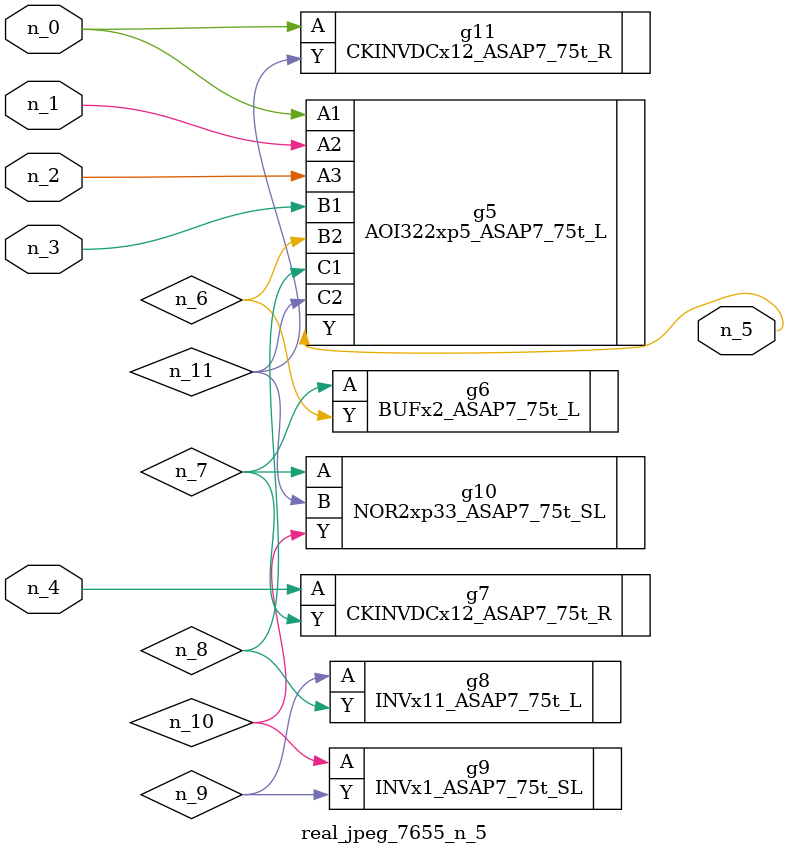
<source format=v>
module real_jpeg_7655_n_5 (n_4, n_0, n_1, n_2, n_3, n_5);

input n_4;
input n_0;
input n_1;
input n_2;
input n_3;

output n_5;

wire n_8;
wire n_11;
wire n_6;
wire n_7;
wire n_10;
wire n_9;

AOI322xp5_ASAP7_75t_L g5 ( 
.A1(n_0),
.A2(n_1),
.A3(n_2),
.B1(n_3),
.B2(n_6),
.C1(n_8),
.C2(n_11),
.Y(n_5)
);

CKINVDCx12_ASAP7_75t_R g11 ( 
.A(n_0),
.Y(n_11)
);

CKINVDCx12_ASAP7_75t_R g7 ( 
.A(n_4),
.Y(n_7)
);

BUFx2_ASAP7_75t_L g6 ( 
.A(n_7),
.Y(n_6)
);

NOR2xp33_ASAP7_75t_SL g10 ( 
.A(n_7),
.B(n_11),
.Y(n_10)
);

INVx11_ASAP7_75t_L g8 ( 
.A(n_9),
.Y(n_8)
);

INVx1_ASAP7_75t_SL g9 ( 
.A(n_10),
.Y(n_9)
);


endmodule
</source>
